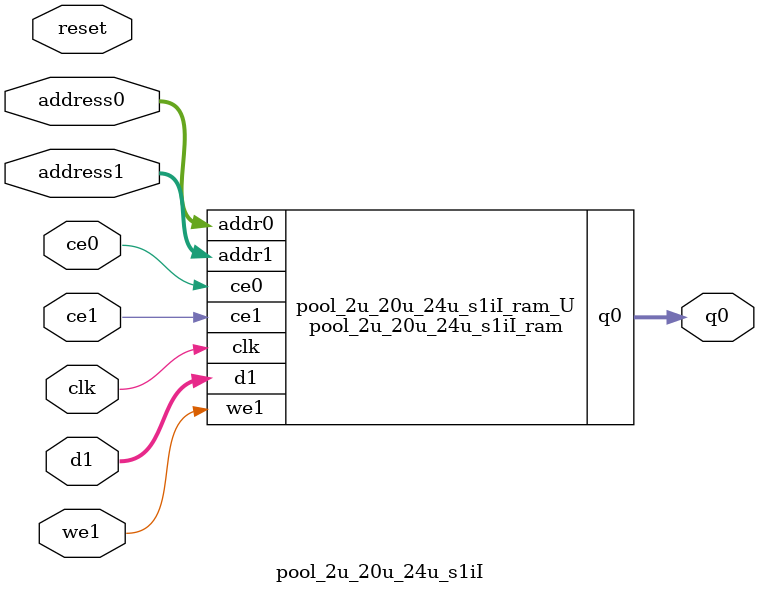
<source format=v>
`timescale 1 ns / 1 ps
module pool_2u_20u_24u_s1iI_ram (addr0, ce0, q0, addr1, ce1, d1, we1,  clk);

parameter DWIDTH = 32;
parameter AWIDTH = 5;
parameter MEM_SIZE = 20;

input[AWIDTH-1:0] addr0;
input ce0;
output reg[DWIDTH-1:0] q0;
input[AWIDTH-1:0] addr1;
input ce1;
input[DWIDTH-1:0] d1;
input we1;
input clk;

(* ram_style = "distributed" *)reg [DWIDTH-1:0] ram[0:MEM_SIZE-1];




always @(posedge clk)  
begin 
    if (ce0) 
    begin
        q0 <= ram[addr0];
    end
end


always @(posedge clk)  
begin 
    if (ce1) 
    begin
        if (we1) 
        begin 
            ram[addr1] <= d1; 
        end 
    end
end


endmodule

`timescale 1 ns / 1 ps
module pool_2u_20u_24u_s1iI(
    reset,
    clk,
    address0,
    ce0,
    q0,
    address1,
    ce1,
    we1,
    d1);

parameter DataWidth = 32'd32;
parameter AddressRange = 32'd20;
parameter AddressWidth = 32'd5;
input reset;
input clk;
input[AddressWidth - 1:0] address0;
input ce0;
output[DataWidth - 1:0] q0;
input[AddressWidth - 1:0] address1;
input ce1;
input we1;
input[DataWidth - 1:0] d1;



pool_2u_20u_24u_s1iI_ram pool_2u_20u_24u_s1iI_ram_U(
    .clk( clk ),
    .addr0( address0 ),
    .ce0( ce0 ),
    .q0( q0 ),
    .addr1( address1 ),
    .ce1( ce1 ),
    .we1( we1 ),
    .d1( d1 ));

endmodule


</source>
